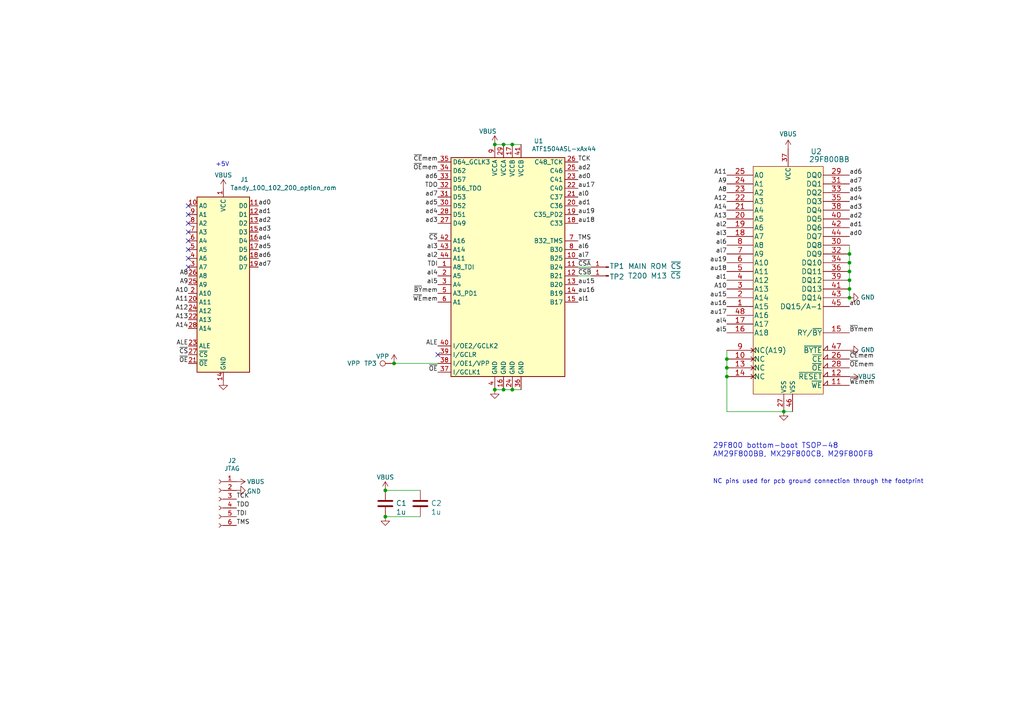
<source format=kicad_sch>
(kicad_sch (version 20231120) (generator "eeschema") (generator_version "8.0")
  (paper "A4")
  (title_block (title "REX ATF") (date "2024-07-23") (rev "004") (company "Brian K. White - b.kenyon.w@gmail.com") (comment 1 "Original design: Steven Adolph"))
  (lib_symbols
    (symbol "000_LOCAL:29F800" (pin_names (offset 0.254))
      (property "Reference" "U" (at -10.16 3.81 0))
      (property "Value" "29F800" (at 2.54 3.81 0))
      (symbol "29F800_1_0"
        (pin power_in line (at -1.27 -68.58 90) (length 5.08) (name "VSS") (number "27"))
        (pin power_in line (at 0 7.62 270) (length 5.08) (name "VCC") (number "37"))
        (pin power_in line (at 1.27 -68.58 90) (length 5.08) (name "VSS") (number "46"))
      )
      (symbol "29F800_1_1"
        (rectangle (start -10.16 2.54) (end 10.16 -63.5) (fill (type background)))
        (pin input line (at -17.78 -38.1 0) (length 7.62) (name "A15") (number "1"))
        (pin passive non_logic (at -17.78 -53.34 0) (length 7.62) (name "NC") (number "10"))
        (pin input input_low (at 17.78 -60.96 180) (length 7.62) (name "~{WE}") (number "11"))
        (pin input input_low (at 17.78 -58.42 180) (length 7.62) (name "~{RESET}") (number "12"))
        (pin passive non_logic (at -17.78 -55.88 0) (length 7.62) (name "NC") (number "13"))
        (pin passive non_logic (at -17.78 -58.42 0) (length 7.62) (name "NC") (number "14"))
        (pin output line (at 17.78 -45.72 180) (length 7.62) (name "RY/~{BY}") (number "15"))
        (pin input line (at -17.78 -45.72 0) (length 7.62) (name "A18") (number "16"))
        (pin input line (at -17.78 -43.18 0) (length 7.62) (name "A17") (number "17"))
        (pin input line (at -17.78 -17.78 0) (length 7.62) (name "A7") (number "18"))
        (pin input line (at -17.78 -15.24 0) (length 7.62) (name "A6") (number "19"))
        (pin input line (at -17.78 -35.56 0) (length 7.62) (name "A14") (number "2"))
        (pin input line (at -17.78 -12.7 0) (length 7.62) (name "A5") (number "20"))
        (pin input line (at -17.78 -10.16 0) (length 7.62) (name "A4") (number "21"))
        (pin input line (at -17.78 -7.62 0) (length 7.62) (name "A3") (number "22"))
        (pin input line (at -17.78 -5.08 0) (length 7.62) (name "A2") (number "23"))
        (pin input line (at -17.78 -2.54 0) (length 7.62) (name "A1") (number "24"))
        (pin input line (at -17.78 0 0) (length 7.62) (name "A0") (number "25"))
        (pin input input_low (at 17.78 -53.34 180) (length 7.62) (name "~{CE}") (number "26"))
        (pin input input_low (at 17.78 -55.88 180) (length 7.62) (name "~{OE}") (number "28"))
        (pin bidirectional line (at 17.78 0 180) (length 7.62) (name "DQ0") (number "29"))
        (pin input line (at -17.78 -33.02 0) (length 7.62) (name "A13") (number "3"))
        (pin bidirectional line (at 17.78 -20.32 180) (length 7.62) (name "DQ8") (number "30"))
        (pin bidirectional line (at 17.78 -2.54 180) (length 7.62) (name "DQ1") (number "31"))
        (pin bidirectional line (at 17.78 -22.86 180) (length 7.62) (name "DQ9") (number "32"))
        (pin bidirectional line (at 17.78 -5.08 180) (length 7.62) (name "DQ2") (number "33"))
        (pin bidirectional line (at 17.78 -25.4 180) (length 7.62) (name "DQ10") (number "34"))
        (pin bidirectional line (at 17.78 -7.62 180) (length 7.62) (name "DQ3") (number "35"))
        (pin bidirectional line (at 17.78 -27.94 180) (length 7.62) (name "DQ11") (number "36"))
        (pin bidirectional line (at 17.78 -10.16 180) (length 7.62) (name "DQ4") (number "38"))
        (pin bidirectional line (at 17.78 -30.48 180) (length 7.62) (name "DQ12") (number "39"))
        (pin input line (at -17.78 -30.48 0) (length 7.62) (name "A12") (number "4"))
        (pin bidirectional line (at 17.78 -12.7 180) (length 7.62) (name "DQ5") (number "40"))
        (pin bidirectional line (at 17.78 -33.02 180) (length 7.62) (name "DQ13") (number "41"))
        (pin bidirectional line (at 17.78 -15.24 180) (length 7.62) (name "DQ6") (number "42"))
        (pin bidirectional line (at 17.78 -35.56 180) (length 7.62) (name "DQ14") (number "43"))
        (pin bidirectional line (at 17.78 -17.78 180) (length 7.62) (name "DQ7") (number "44"))
        (pin bidirectional line (at 17.78 -38.1 180) (length 7.62) (name "DQ15/A-1") (number "45"))
        (pin input input_low (at 17.78 -50.8 180) (length 7.62) (name "~{BYTE}") (number "47"))
        (pin input line (at -17.78 -40.64 0) (length 7.62) (name "A16") (number "48"))
        (pin input line (at -17.78 -27.94 0) (length 7.62) (name "A11") (number "5"))
        (pin input line (at -17.78 -25.4 0) (length 7.62) (name "A10") (number "6"))
        (pin input line (at -17.78 -22.86 0) (length 7.62) (name "A9") (number "7"))
        (pin input line (at -17.78 -20.32 0) (length 7.62) (name "A8") (number "8"))
        (pin passive non_logic (at -17.78 -50.8 0) (length 7.62) (name "NC(A19)") (number "9"))
      )
    )
    (symbol "000_LOCAL:ATF1504x-xAx44"
      (property "Reference" "U" (at 6.604 36.322 0))
      (property "Value" "ATF1504x-xAx44" (at 5.842 33.782 0))
      (symbol "ATF1504x-xAx44_1_1"
        (rectangle (start -16.51 31.75) (end 16.51 -31.75) (stroke (width 0.254)) (fill (type background)))
        (pin passive line (at -20.32 0 0) (length 3.81) (name "A8_TDI") (number "1"))
        (pin passive line (at 20.32 2.54 180) (length 3.81) (name "B25") (number "10"))
        (pin passive line (at 20.32 0 180) (length 3.81) (name "B24") (number "11"))
        (pin passive line (at 20.32 -2.54 180) (length 3.81) (name "B21") (number "12"))
        (pin passive line (at 20.32 -5.08 180) (length 3.81) (name "B20") (number "13"))
        (pin passive line (at 20.32 -7.62 180) (length 3.81) (name "B19") (number "14"))
        (pin passive line (at 20.32 -10.16 180) (length 3.81) (name "B17") (number "15"))
        (pin power_in line (at -1.27 -35.56 90) (length 3.81) (name "GND") (number "16"))
        (pin power_in line (at 1.27 35.56 270) (length 3.81) (name "VCCB") (number "17"))
        (pin passive line (at 20.32 12.7 180) (length 3.81) (name "C33") (number "18"))
        (pin passive line (at 20.32 15.24 180) (length 3.81) (name "C35_PD2") (number "19"))
        (pin passive line (at -20.32 -2.54 0) (length 3.81) (name "A5") (number "2"))
        (pin passive line (at 20.32 17.78 180) (length 3.81) (name "C36") (number "20"))
        (pin passive line (at 20.32 20.32 180) (length 3.81) (name "C37") (number "21"))
        (pin passive line (at 20.32 22.86 180) (length 3.81) (name "C40") (number "22"))
        (pin passive line (at 20.32 25.4 180) (length 3.81) (name "C41") (number "23"))
        (pin power_in line (at 1.27 -35.56 90) (length 3.81) (name "GND") (number "24"))
        (pin passive line (at 20.32 27.94 180) (length 3.81) (name "C46") (number "25"))
        (pin passive line (at 20.32 30.48 180) (length 3.81) (name "C48_TCK") (number "26"))
        (pin passive line (at -20.32 12.7 0) (length 3.81) (name "D49") (number "27"))
        (pin passive line (at -20.32 15.24 0) (length 3.81) (name "D51") (number "28"))
        (pin power_in line (at -1.27 35.56 270) (length 3.81) (name "VCCA") (number "29"))
        (pin passive line (at -20.32 -5.08 0) (length 3.81) (name "A4") (number "3"))
        (pin passive line (at -20.32 17.78 0) (length 3.81) (name "D52") (number "30"))
        (pin passive line (at -20.32 20.32 0) (length 3.81) (name "D53") (number "31"))
        (pin passive line (at -20.32 22.86 0) (length 3.81) (name "D56_TDO") (number "32"))
        (pin passive line (at -20.32 25.4 0) (length 3.81) (name "D57") (number "33"))
        (pin passive line (at -20.32 27.94 0) (length 3.81) (name "D62") (number "34"))
        (pin passive line (at -20.32 30.48 0) (length 3.81) (name "D64_GCLK3") (number "35"))
        (pin power_in line (at 3.81 -35.56 90) (length 3.81) (name "GND") (number "36"))
        (pin input line (at -20.32 -30.48 0) (length 3.81) (name "I/GCLK1") (number "37"))
        (pin input line (at -20.32 -27.94 0) (length 3.81) (name "I/OE1/VPP") (number "38"))
        (pin input line (at -20.32 -25.4 0) (length 3.81) (name "I/GCLR") (number "39"))
        (pin power_in line (at -3.81 -35.56 90) (length 3.81) (name "GND") (number "4"))
        (pin input line (at -20.32 -22.86 0) (length 3.81) (name "I/OE2/GCLK2") (number "40"))
        (pin power_in line (at 3.81 35.56 270) (length 3.81) (name "VCCB") (number "41"))
        (pin passive line (at -20.32 7.62 0) (length 3.81) (name "A16") (number "42"))
        (pin passive line (at -20.32 5.08 0) (length 3.81) (name "A14") (number "43"))
        (pin passive line (at -20.32 2.54 0) (length 3.81) (name "A11") (number "44"))
        (pin passive line (at -20.32 -7.62 0) (length 3.81) (name "A3_PD1") (number "5"))
        (pin passive line (at -20.32 -10.16 0) (length 3.81) (name "A1") (number "6"))
        (pin passive line (at 20.32 7.62 180) (length 3.81) (name "B32_TMS") (number "7"))
        (pin passive line (at 20.32 5.08 180) (length 3.81) (name "B30") (number "8"))
        (pin power_in line (at -3.81 35.56 270) (length 3.81) (name "VCCA") (number "9"))
      )
    )
    (symbol "000_LOCAL:C" (pin_numbers hide) (pin_names (offset 0.254))
      (property "Reference" "C" (at 0.635 2.54 0))
      (property "Value" "C" (at 0.635 -2.54 0))
      (symbol "C_0_1"
        (polyline (pts (xy -2.032 -0.762) (xy 2.032 -0.762)) (stroke (width 0.508)))
        (polyline (pts (xy -2.032 0.762) (xy 2.032 0.762)) (stroke (width 0.508)))
      )
      (symbol "C_1_1"
        (pin passive line (at 0 3.81 270) (length 2.794) (name "~") (number "1"))
        (pin passive line (at 0 -3.81 90) (length 2.794) (name "~") (number "2"))
      )
    )
    (symbol "000_LOCAL:Conn_01x06_Female" (pin_names (offset 1.016) hide)
      (property "Reference" "J" (at 0 7.62 0))
      (property "Value" "Conn_01x06_Female" (at 0 -10.16 0))
      (symbol "Conn_01x06_Female_1_1"
        (arc (start 0 -7.112) (mid -0.5058 -7.62) (end 0 -8.128) (stroke (width 0.1524)))
        (arc (start 0 -4.572) (mid -0.5058 -5.08) (end 0 -5.588) (stroke (width 0.1524)))
        (arc (start 0 -2.032) (mid -0.5058 -2.54) (end 0 -3.048) (stroke (width 0.1524)))
        (polyline (pts (xy -1.27 -7.62) (xy -0.508 -7.62)) (stroke (width 0.1524)))
        (polyline (pts (xy -1.27 -5.08) (xy -0.508 -5.08)) (stroke (width 0.1524)))
        (polyline (pts (xy -1.27 -2.54) (xy -0.508 -2.54)) (stroke (width 0.1524)))
        (polyline (pts (xy -1.27 0) (xy -0.508 0)) (stroke (width 0.1524)))
        (polyline (pts (xy -1.27 2.54) (xy -0.508 2.54)) (stroke (width 0.1524)))
        (polyline (pts (xy -1.27 5.08) (xy -0.508 5.08)) (stroke (width 0.1524)))
        (arc (start 0 0.508) (mid -0.5058 0) (end 0 -0.508) (stroke (width 0.1524)))
        (arc (start 0 3.048) (mid -0.5058 2.54) (end 0 2.032) (stroke (width 0.1524)))
        (arc (start 0 5.588) (mid -0.5058 5.08) (end 0 4.572) (stroke (width 0.1524)))
        (pin passive line (at -5.08 5.08 0) (length 3.81) (name "Pin_1") (number "1"))
        (pin passive line (at -5.08 2.54 0) (length 3.81) (name "Pin_2") (number "2"))
        (pin passive line (at -5.08 0 0) (length 3.81) (name "Pin_3") (number "3"))
        (pin passive line (at -5.08 -2.54 0) (length 3.81) (name "Pin_4") (number "4"))
        (pin passive line (at -5.08 -5.08 0) (length 3.81) (name "Pin_5") (number "5"))
        (pin passive line (at -5.08 -7.62 0) (length 3.81) (name "Pin_6") (number "6"))
      )
    )
    (symbol "000_LOCAL:Tandy_100_102_200_option_rom"
      (property "Reference" "U" (at -7.62 26.67 0))
      (property "Value" "Tandy_100_102_200_option_rom" (at 2.54 -26.67 0))
      (symbol "Tandy_100_102_200_option_rom_1_1"
        (rectangle (start -7.62 25.4) (end 7.62 -25.4) (stroke (width 0.254)) (fill (type background)))
        (pin power_in line (at 0 27.94 270) (length 2.54) (name "VCC") (number "1"))
        (pin input line (at -10.16 22.86 0) (length 2.54) (name "A0") (number "10"))
        (pin tri_state line (at 10.16 22.86 180) (length 2.54) (name "D0") (number "11"))
        (pin tri_state line (at 10.16 20.32 180) (length 2.54) (name "D1") (number "12"))
        (pin tri_state line (at 10.16 17.78 180) (length 2.54) (name "D2") (number "13"))
        (pin power_in line (at 0 -27.94 90) (length 2.54) (name "GND") (number "14"))
        (pin tri_state line (at 10.16 15.24 180) (length 2.54) (name "D3") (number "15"))
        (pin tri_state line (at 10.16 12.7 180) (length 2.54) (name "D4") (number "16"))
        (pin tri_state line (at 10.16 10.16 180) (length 2.54) (name "D5") (number "17"))
        (pin tri_state line (at 10.16 7.62 180) (length 2.54) (name "D6") (number "18"))
        (pin tri_state line (at 10.16 5.08 180) (length 2.54) (name "D7") (number "19"))
        (pin input line (at -10.16 -2.54 0) (length 2.54) (name "A10") (number "2"))
        (pin input line (at -10.16 -5.08 0) (length 2.54) (name "A11") (number "20"))
        (pin input line (at -10.16 -22.86 0) (length 2.54) (name "~{OE}") (number "21"))
        (pin input line (at -10.16 -10.16 0) (length 2.54) (name "A13") (number "22"))
        (pin input line (at -10.16 -17.78 0) (length 2.54) (name "ALE") (number "23"))
        (pin input line (at -10.16 -7.62 0) (length 2.54) (name "A12") (number "24"))
        (pin input line (at -10.16 0 0) (length 2.54) (name "A9") (number "25"))
        (pin input line (at -10.16 2.54 0) (length 2.54) (name "A8") (number "26"))
        (pin input line (at -10.16 -20.32 0) (length 2.54) (name "~{CS}") (number "27"))
        (pin input line (at -10.16 -12.7 0) (length 2.54) (name "A14") (number "28"))
        (pin input line (at -10.16 5.08 0) (length 2.54) (name "A7") (number "3"))
        (pin input line (at -10.16 7.62 0) (length 2.54) (name "A6") (number "4"))
        (pin input line (at -10.16 10.16 0) (length 2.54) (name "A5") (number "5"))
        (pin input line (at -10.16 12.7 0) (length 2.54) (name "A4") (number "6"))
        (pin input line (at -10.16 15.24 0) (length 2.54) (name "A3") (number "7"))
        (pin input line (at -10.16 17.78 0) (length 2.54) (name "A2") (number "8"))
        (pin input line (at -10.16 20.32 0) (length 2.54) (name "A1") (number "9"))
      )
    )
    (symbol "000_LOCAL:TestPoint" (pin_numbers hide) (pin_names (offset 0.762) hide)
      (property "Reference" "TP" (at 0 6.858 0))
      (property "Value" "TestPoint" (at 0 5.08 0))
      (symbol "TestPoint_0_1"
        (circle (center 0 3.302) (radius 0.762))
      )
      (symbol "TestPoint_1_1"
        (pin passive line (at 0 0 90) (length 2.54) (name "1") (number "1"))
      )
    )
    (symbol "Connector:Conn_01x01_Male" (pin_names (offset 1.016) hide)
      (property "Reference" "J" (at 0 2.54 0))
      (property "Value" "Conn_01x01_Male" (at 0 -2.54 0))
      (symbol "Conn_01x01_Male_1_1"
        (polyline (pts (xy 1.27 0) (xy 0.8636 0)) (stroke (width 0.1524)))
        (rectangle (start 0.8636 0.127) (end 0 -0.127) (stroke (width 0.1524)) (fill (type outline)))
        (pin passive line (at 5.08 0 180) (length 3.81) (name "Pin_1") (number "1"))
      )
    )
    (symbol "power:+5V" (power) (pin_names (offset 0))
      (property "Value" "+5V" (at 0 3.556 0))
      (symbol "+5V_0_1"
        (polyline (pts (xy -0.762 1.27) (xy 0 2.54)))
        (polyline (pts (xy 0 0) (xy 0 2.54)))
        (polyline (pts (xy 0 2.54) (xy 0.762 1.27)))
      )
      (symbol "+5V_1_1"
        (pin power_in line (at 0 0 90) (length 0) hide (name "+5V") (number "1"))
      )
    )
    (symbol "power:GND" (power) (pin_names (offset 0))
      (property "Value" "GND" (at 0 -3.81 0))
      (symbol "GND_0_1"
        (polyline (pts (xy 0 0) (xy 0 -1.27) (xy 1.27 -1.27) (xy 0 -2.54) (xy -1.27 -1.27) (xy 0 -1.27)))
      )
      (symbol "GND_1_1"
        (pin power_in line (at 0 0 270) (length 0) hide (name "GND") (number "1"))
      )
    )
    (symbol "power:VPP" (power) (pin_numbers hide) (pin_names (offset 0) hide)
      (property "Value" "VPP" (at 0 3.556 0))
      (symbol "VPP_0_1"
        (polyline (pts (xy -0.762 1.27) (xy 0 2.54)))
        (polyline (pts (xy 0 0) (xy 0 2.54)))
        (polyline (pts (xy 0 2.54) (xy 0.762 1.27)))
      )
      (symbol "VPP_1_1"
        (pin power_in line (at 0 0 90) (length 0) (name "~") (number "1"))
      )
    )
  )
  (junction (at 148.59 41.91))
  (junction (at 111.76 142.24))
  (junction (at 246.38 83.82))
  (junction (at 246.38 81.28))
  (junction (at 246.38 86.36))
  (junction (at 114.3 105.41))
  (junction (at 227.33 119.38))
  (junction (at 210.82 104.14))
  (junction (at 148.59 113.03))
  (junction (at 210.82 109.22))
  (junction (at 210.82 106.68))
  (junction (at 146.05 113.03))
  (junction (at 246.38 73.66))
  (junction (at 246.38 76.2))
  (junction (at 143.51 41.91))
  (junction (at 143.51 113.03))
  (junction (at 146.05 41.91))
  (junction (at 111.76 149.86))
  (junction (at 246.38 78.74))
  (no_connect (at 127 102.87))
  (no_connect (at 54.61 69.85))
  (no_connect (at 54.61 72.39))
  (no_connect (at 54.61 74.93))
  (no_connect (at 54.61 77.47))
  (no_connect (at 54.61 59.69))
  (no_connect (at 54.61 62.23))
  (no_connect (at 54.61 64.77))
  (no_connect (at 54.61 67.31))
  (wire (pts (xy 114.3 105.41) (xy 127 105.41)))
  (wire (pts (xy 246.38 83.82) (xy 246.38 86.36)))
  (wire (pts (xy 210.82 101.6) (xy 210.82 104.14)))
  (wire (pts (xy 210.82 109.22) (xy 210.82 119.38)))
  (wire (pts (xy 246.38 71.12) (xy 246.38 73.66)))
  (wire (pts (xy 246.38 78.74) (xy 246.38 81.28)))
  (wire (pts (xy 111.76 149.86) (xy 121.92 149.86)))
  (wire (pts (xy 210.82 106.68) (xy 210.82 109.22)))
  (wire (pts (xy 246.38 73.66) (xy 246.38 76.2)))
  (wire (pts (xy 148.59 113.03) (xy 151.13 113.03)))
  (wire (pts (xy 171.45 77.47) (xy 167.64 77.47)))
  (wire (pts (xy 210.82 119.38) (xy 227.33 119.38)))
  (wire (pts (xy 143.51 41.91) (xy 146.05 41.91)))
  (wire (pts (xy 210.82 104.14) (xy 210.82 106.68)))
  (wire (pts (xy 148.59 41.91) (xy 151.13 41.91)))
  (wire (pts (xy 143.51 113.03) (xy 146.05 113.03)))
  (wire (pts (xy 246.38 76.2) (xy 246.38 78.74)))
  (wire (pts (xy 146.05 41.91) (xy 148.59 41.91)))
  (wire (pts (xy 246.38 81.28) (xy 246.38 83.82)))
  (wire (pts (xy 146.05 113.03) (xy 148.59 113.03)))
  (wire (pts (xy 171.45 80.01) (xy 167.64 80.01)))
  (wire (pts (xy 111.76 142.24) (xy 121.92 142.24)))
  (wire (pts (xy 227.33 119.38) (xy 229.87 119.38)))
  (text "+5V" (at 64.516 47.752 0) (effects (font (size 1.27 1.27))))
  (text "29F800 bottom-boot TSOP-48\nAM29F800BB, MX29F800CB, M29F800FB" (at 206.756 132.715 0) (effects (font (size 1.524 1.524)) (justify left bottom)))
  (text "NC pins used for pcb ground connection through the footprint" (at 206.756 139.7 0) (effects (font (size 1.27 1.27)) (justify left)))
  (label "au17" (at 210.82 91.44 180))
  (label "al2" (at 210.82 66.04 180))
  (label "ad0" (at 167.64 52.07 0))
  (label "au19" (at 167.64 62.23 0))
  (label "au18" (at 210.82 78.74 180))
  (label "ad7" (at 127 57.15 180))
  (label "ad4" (at 246.38 58.42 0))
  (label "~{BY}mem" (at 246.38 96.52 0))
  (label "ALE" (at 127 100.33 180))
  (label "ALE" (at 54.61 100.33 180))
  (label "ad3" (at 127 64.77 180))
  (label "au16" (at 167.64 85.09 0))
  (label "al0" (at 246.38 88.9 0))
  (label "A12" (at 210.82 58.42 180))
  (label "~{CSB}" (at 167.64 80.01 0))
  (label "A14" (at 210.82 60.96 180))
  (label "~{WE}mem" (at 127 87.63 180))
  (label "ad5" (at 127 59.69 180))
  (label "A12" (at 54.61 90.17 180))
  (label "~{CSA}" (at 167.64 77.47 0))
  (label "~{OE}" (at 127 107.95 180))
  (label "al1" (at 210.82 81.28 180))
  (label "A11" (at 54.61 87.63 180))
  (label "ad6" (at 127 52.07 180))
  (label "A10" (at 210.82 83.82 180))
  (label "A11" (at 210.82 50.8 180))
  (label "ad6" (at 246.38 50.8 0))
  (label "TCK" (at 167.64 46.99 0))
  (label "TMS" (at 167.64 69.85 0))
  (label "A9" (at 54.61 82.55 180))
  (label "al7" (at 167.64 74.93 0))
  (label "ad3" (at 246.38 60.96 0))
  (label "ad5" (at 74.93 72.39 0))
  (label "ad2" (at 167.64 49.53 0))
  (label "~{OE}mem" (at 127 49.53 180))
  (label "A13" (at 54.61 92.71 180))
  (label "TMS" (at 68.58 152.4 0))
  (label "al5" (at 127 82.55 180))
  (label "~{CE}mem" (at 246.38 104.14 0))
  (label "~{WE}mem" (at 246.38 111.76 0))
  (label "A10" (at 54.61 85.09 180))
  (label "~{CS}" (at 54.61 102.87 180))
  (label "~{CE}mem" (at 127 46.99 180))
  (label "al5" (at 210.82 96.52 180))
  (label "al6" (at 210.82 71.12 180))
  (label "TDI" (at 127 77.47 180))
  (label "au18" (at 167.64 64.77 0))
  (label "al0" (at 167.64 57.15 0))
  (label "ad5" (at 246.38 55.88 0))
  (label "~{BY}mem" (at 127 85.09 180))
  (label "au15" (at 167.64 82.55 0))
  (label "~{OE}mem" (at 246.38 106.68 0))
  (label "ad7" (at 246.38 53.34 0))
  (label "ad1" (at 74.93 62.23 0))
  (label "ad1" (at 167.64 59.69 0))
  (label "au15" (at 210.82 86.36 180))
  (label "au19" (at 210.82 76.2 180))
  (label "al2" (at 127 74.93 180))
  (label "A13" (at 210.82 63.5 180))
  (label "al7" (at 210.82 73.66 180))
  (label "ad7" (at 74.93 77.47 0))
  (label "ad3" (at 74.93 67.31 0))
  (label "au17" (at 167.64 54.61 0))
  (label "al3" (at 127 72.39 180))
  (label "ad4" (at 74.93 69.85 0))
  (label "al3" (at 210.82 68.58 180))
  (label "ad0" (at 246.38 68.58 0))
  (label "ad4" (at 127 62.23 180))
  (label "TDI" (at 68.58 149.86 0))
  (label "ad2" (at 246.38 63.5 0))
  (label "al6" (at 167.64 72.39 0))
  (label "A9" (at 210.82 53.34 180))
  (label "A8" (at 210.82 55.88 180))
  (label "ad2" (at 74.93 64.77 0))
  (label "TCK" (at 68.58 144.78 0))
  (label "al1" (at 167.64 87.63 0))
  (label "ad1" (at 246.38 66.04 0))
  (label "TDO" (at 127 54.61 180))
  (label "A14" (at 54.61 95.25 180))
  (label "TDO" (at 68.58 147.32 0))
  (label "au16" (at 210.82 88.9 180))
  (label "ad6" (at 74.93 74.93 0))
  (label "~{CS}" (at 127 69.85 180))
  (label "~{OE}" (at 54.61 105.41 180))
  (label "ad0" (at 74.93 59.69 0))
  (label "al4" (at 210.82 93.98 180))
  (label "al4" (at 127 80.01 180))
  (label "A8" (at 54.61 80.01 180))
  (symbol (lib_id "000_LOCAL:C") (at 111.76 146.05 0) (unit 1)
    (property "Reference" "C1" (at 114.808 146.812 0) (effects (font (size 1.4986 1.4986)) (justify left bottom)))
    (property "Value" "1u" (at 114.808 149.352 0) (effects (font (size 1.4986 1.4986)) (justify left bottom)))
    (property "Footprint" "000_LOCAL:C_0805" (effects (hide yes)))
  )
  (symbol (lib_id "000_LOCAL:Conn_01x06_Female") (at 63.5 144.78 0) (mirror y) (unit 1)
    (property "Reference" "J2" (at 67.31 133.604 0))
    (property "Value" "JTAG" (at 67.31 135.89 0))
    (property "Footprint" "000_LOCAL:1x6_pcb_socket" (effects (hide yes)))
    (property "Description" "Generic connector, single row, 01x06, script generated (kicad-library-utils/schlib/autogen/connector/)" (effects (hide yes)))
  )
  (symbol (lib_id "power:+5V") (at 246.38 109.22 270) (unit 1)
    (property "Reference" "#PWR0127" (effects (hide yes)))
    (property "Value" "VBUS" (at 251.46 109.22 90))
  )
  (symbol (lib_id "power:+5V") (at 64.77 54.61 0) (unit 1)
    (property "Reference" "#PWR0130" (effects (hide yes)))
    (property "Value" "VBUS" (at 64.77 50.8 0))
  )
  (symbol (lib_id "000_LOCAL:ATF1504x-xAx44") (at 147.32 77.47 0) (unit 1)
    (property "Reference" "U1" (at 156.21 40.894 0))
    (property "Value" "ATF1504ASL-xAx44" (at 163.576 43.18 0))
    (property "Footprint" "000_LOCAL:VQFP44" (effects (hide yes)))
    (property "Datasheet" "datasheets/ATF1504AS.pdf" (effects (hide yes)))
    (property "Description" "ATMEL Altera Microchip 64-Macrocell CPLD, VQFP-44" (effects (hide yes)))
  )
  (symbol (lib_id "power:GND") (at 143.51 113.03 0) (unit 1)
    (property "Reference" "#PWR0102" (effects (hide yes)))
    (property "Value" "GND" (effects (hide yes)))
  )
  (symbol (lib_id "Connector:Conn_01x01_Male") (at 176.53 77.47 180) (unit 1)
    (property "Reference" "TP1" (at 181.102 76.327 0) (effects (font (size 1.4986 1.4986)) (justify left bottom)))
    (property "Value" "MAIN ROM ~{CS}" (at 182.118 76.2 0) (effects (font (size 1.4986 1.4986)) (justify right bottom)))
    (property "Footprint" "000_LOCAL:1x1_pin_h" (effects (hide yes)))
  )
  (symbol (lib_id "Connector:Conn_01x01_Male") (at 176.53 80.01 0) (mirror y) (unit 1)
    (property "Reference" "TP2" (at 181.102 81.153 0) (effects (font (size 1.4986 1.4986)) (justify left bottom)))
    (property "Value" "T200 M13 ~{CS}" (at 182.118 81.026 0) (effects (font (size 1.4986 1.4986)) (justify right bottom)))
    (property "Footprint" "000_LOCAL:1x1_pin_h" (effects (hide yes)))
  )
  (symbol (lib_id "000_LOCAL:29F800") (at 228.6 50.8 0) (unit 1)
    (property "Reference" "U2" (at 236.728 43.942 0) (effects (font (size 1.524 1.524))))
    (property "Value" "29F800BB" (at 240.538 46.228 0) (effects (font (size 1.524 1.524))))
    (property "Footprint" "000_LOCAL:TSOP-48" (effects (hide yes)))
    (property "Datasheet" "datasheets/29F800.pdf" (effects (hide yes)))
  )
  (symbol (lib_id "power:GND") (at 246.38 101.6 90) (unit 1)
    (property "Reference" "#PWR0115" (effects (hide yes)))
    (property "Value" "GND" (at 249.6312 101.473 90) (effects (justify right)))
  )
  (symbol (lib_id "power:+5V") (at 228.6 43.18 0) (unit 1)
    (property "Reference" "#PWR0133" (effects (hide yes)))
    (property "Value" "VBUS" (at 228.6 38.862 0))
  )
  (symbol (lib_id "power:GND") (at 64.77 110.49 0) (unit 1)
    (property "Reference" "#PWR07" (effects (hide yes)))
    (property "Value" "GND" (effects (hide yes)))
  )
  (symbol (lib_id "000_LOCAL:TestPoint") (at 114.3 105.41 90) (unit 1)
    (property "Reference" "TP3" (at 107.442 105.41 90))
    (property "Value" "VPP" (at 102.616 105.41 90))
    (property "Footprint" "000_LOCAL:TP_D0.8" (effects (hide yes)))
    (property "Description" "test point" (effects (hide yes)))
  )
  (symbol (lib_id "power:GND") (at 227.33 119.38 0) (unit 1)
    (property "Reference" "#PWR03" (effects (hide yes)))
    (property "Value" "GND" (effects (hide yes)))
  )
  (symbol (lib_id "power:+5V") (at 111.76 142.24 0) (unit 1)
    (property "Reference" "#PWR01" (effects (hide yes)))
    (property "Value" "VBUS" (at 111.76 138.43 0))
  )
  (symbol (lib_id "power:GND") (at 68.58 142.24 90) (unit 1)
    (property "Reference" "#PWR05" (effects (hide yes)))
    (property "Value" "GND" (at 73.66 142.494 90))
  )
  (symbol (lib_id "power:+5V") (at 68.58 139.7 270) (unit 1)
    (property "Reference" "#PWR02" (effects (hide yes)))
    (property "Value" "VBUS" (at 74.168 139.7 90))
  )
  (symbol (lib_id "000_LOCAL:C") (at 121.92 146.05 0) (unit 1)
    (property "Reference" "C2" (at 124.968 146.812 0) (effects (font (size 1.4986 1.4986)) (justify left bottom)))
    (property "Value" "1u" (at 124.968 149.352 0) (effects (font (size 1.4986 1.4986)) (justify left bottom)))
    (property "Footprint" "000_LOCAL:C_0805" (effects (hide yes)))
  )
  (symbol (lib_id "power:GND") (at 246.38 86.36 90) (unit 1)
    (property "Reference" "#PWR0109" (effects (hide yes)))
    (property "Value" "GND" (at 249.6312 86.233 90) (effects (justify right)))
  )
  (symbol (lib_id "power:GND") (at 111.76 149.86 0) (unit 1)
    (property "Reference" "#PWR04" (effects (hide yes)))
    (property "Value" "GND" (effects (hide yes)))
  )
  (symbol (lib_id "power:+5V") (at 143.51 41.91 0) (unit 1)
    (property "Reference" "#PWR06" (effects (hide yes)))
    (property "Value" "VBUS" (at 141.478 38.1 0))
  )
  (symbol (lib_id "power:VPP") (at 114.3 105.41 0) (unit 1)
    (property "Reference" "#PWR08" (effects (hide yes)))
    (property "Value" "VPP" (at 110.998 103.378 0))
    (property "Description" "Power symbol creates a global label with name \"VPP\"" (effects (hide yes)))
  )
  (symbol (lib_id "000_LOCAL:Tandy_100_102_200_option_rom") (at 64.77 82.55 0) (unit 1)
    (property "Reference" "J1" (at 69.723 52.07 0) (effects (justify left)))
    (property "Value" "Tandy_100_102_200_option_rom" (at 66.7894 54.483 0) (effects (justify left)))
    (property "Footprint" "000_LOCAL:Molex78802_PCB_28_REX" (effects (hide yes)))
  )
)
</source>
